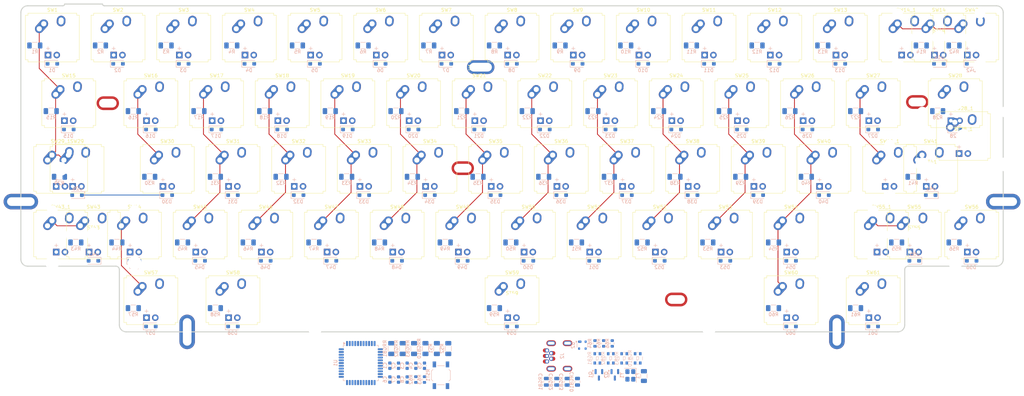
<source format=kicad_pcb>
(kicad_pcb (version 20241229) (generator "pcbnew") (generator_version "9.0")
  (layers (0 "F.Cu" signal) (2 "B.Cu" signal) (13 "F.Paste" user) (15 "B.Paste" user) (5 "F.SilkS" user "F.Silkscreen") (7 "B.SilkS" user "B.Silkscreen") (1 "F.Mask" user) (3 "B.Mask" user) (25 "Edge.Cuts" user))
  (net 0 "")
  (net 1 "COL9")
  (net 2 "COL8")
  (net 3 "COL7")
  (net 4 "COL6")
  (net 5 "COL5")
  (net 6 "COL4")
  (net 7 "COL3")
  (net 8 "COL2")
  (net 9 "COL13")
  (net 10 "COL12")
  (net 11 "COL11")
  (net 12 "COL10")
  (net 13 "COL1")
  (net 14 "COL0")
  (net 15 "/N$1")
  (net 16 "/N$2")
  (net 17 "/N$3")
  (net 18 "/N$4")
  (net 19 "/N$5")
  (net 20 "/N$6")
  (net 21 "/N$7")
  (net 22 "/N$8")
  (net 23 "/N$9")
  (net 24 "/N$10")
  (net 25 "/N$11")
  (net 26 "/N$12")
  (net 27 "/N$13")
  (net 28 "/N$14")
  (net 29 "/N$15")
  (net 30 "/N$16")
  (net 31 "/N$17")
  (net 32 "/N$18")
  (net 33 "/N$19")
  (net 34 "/N$20")
  (net 35 "/N$21")
  (net 36 "/N$22")
  (net 37 "/N$23")
  (net 38 "/N$24")
  (net 39 "/N$25")
  (net 40 "/N$26")
  (net 41 "/N$27")
  (net 42 "/N$28")
  (net 43 "/N$29")
  (net 44 "/N$30")
  (net 45 "/N$31")
  (net 46 "/N$32")
  (net 47 "/N$33")
  (net 48 "/N$34")
  (net 49 "/N$35")
  (net 50 "/N$36")
  (net 51 "/N$37")
  (net 52 "/N$38")
  (net 53 "/N$39")
  (net 54 "/N$40")
  (net 55 "/N$41")
  (net 56 "/N$42")
  (net 57 "/N$43")
  (net 58 "/N$44")
  (net 59 "/N$45")
  (net 60 "/N$46")
  (net 61 "/N$47")
  (net 62 "/N$48")
  (net 63 "/N$49")
  (net 64 "/N$50")
  (net 65 "/N$51")
  (net 66 "/N$52")
  (net 67 "/N$53")
  (net 68 "/N$54")
  (net 69 "/N$55")
  (net 70 "/N$56")
  (net 71 "/N$57")
  (net 72 "/N$58")
  (net 73 "/N$59")
  (net 74 "/N$60")
  (net 75 "/N$61")
  (net 76 "ROW0")
  (net 77 "ROW1")
  (net 78 "ROW2")
  (net 79 "ROW3")
  (net 80 "ROW4")
  (net 81 "GND")
  (net 82 "Net-(LED30-K)")
  (net 83 "Net-(LED1-K)")
  (net 84 "Net-(LED2-K)")
  (net 85 "Net-(LED3-K)")
  (net 86 "Net-(LED4-K)")
  (net 87 "Net-(LED5-K)")
  (net 88 "Net-(LED6-K)")
  (net 89 "Net-(LED7-K)")
  (net 90 "Net-(LED8-K)")
  (net 91 "Net-(LED9-K)")
  (net 92 "Net-(LED10-K)")
  (net 93 "Net-(LED11-K)")
  (net 94 "Net-(LED12-K)")
  (net 95 "Net-(LED13-K)")
  (net 96 "Net-(LED14-K)")
  (net 97 "Net-(LED15-K)")
  (net 98 "Net-(LED16-K)")
  (net 99 "Net-(LED17-K)")
  (net 100 "Net-(LED18-K)")
  (net 101 "Net-(LED19-K)")
  (net 102 "Net-(LED20-K)")
  (net 103 "Net-(LED21-K)")
  (net 104 "Net-(LED22-K)")
  (net 105 "Net-(LED23-K)")
  (net 106 "Net-(LED24-K)")
  (net 107 "Net-(LED25-K)")
  (net 108 "Net-(LED26-K)")
  (net 109 "Net-(LED27-K)")
  (net 110 "Net-(LED28-K)")
  (net 111 "Net-(LED31-K)")
  (net 112 "Net-(LED32-K)")
  (net 113 "Net-(LED33-K)")
  (net 114 "Net-(LED34-K)")
  (net 115 "Net-(LED35-K)")
  (net 116 "Net-(LED36-K)")
  (net 117 "Net-(LED37-K)")
  (net 118 "Net-(LED38-K)")
  (net 119 "Net-(LED39-K)")
  (net 120 "Net-(LED40-K)")
  (net 121 "Net-(LED41-K)")
  (net 122 "Net-(LED42-K)")
  (net 123 "Net-(LED43-K)")
  (net 124 "Net-(LED47-K)")
  (net 125 "Net-(LED48-K)")
  (net 126 "Net-(LED49-K)")
  (net 127 "Net-(LED50-K)")
  (net 128 "Net-(LED51-K)")
  (net 129 "Net-(LED52-K)")
  (net 130 "Net-(LED53-K)")
  (net 131 "Net-(LED54-K)")
  (net 132 "Net-(LED55-K)")
  (net 133 "Net-(LED56-K)")
  (net 134 "Net-(LED57-K)")
  (net 135 "Net-(LED58-K)")
  (net 136 "Net-(LED59-K)")
  (net 137 "Net-(LED45-K)")
  (net 138 "Net-(LED46-K)")
  (net 139 "Net-(LED61-K)")
  (net 140 "+5V")
  (net 141 "Net-(LED29-K)")
  (net 142 "Net-(LED44-K)")
  (net 143 "Net-(LED60-K)")
  (net 144 "XTAL1")
  (net 145 "XTAL2")
  (net 146 "Net-(U1-UCAP)")
  (net 147 "Net-(RGB1-VDD)")
  (net 148 "Net-(RGB2-VDD)")
  (net 149 "Net-(RGB3-VDD)")
  (net 150 "Net-(RGB10-VDD)")
  (net 151 "VCC")
  (net 153 "D-")
  (net 155 "D+")
  (net 156 "LEDGND")
  (net 157 "Net-(Q1-G)")
  (net 158 "RGB_5V")
  (net 159 "3.3V")
  (net 160 "RGB_3V3")
  (net 161 "USB+")
  (net 162 "USB-")
  (net 163 "Net-(U1-~{HWB}{slash}PE2)")
  (net 164 "~{RESET}")
  (net 165 "Net-(U1-PB7)")
  (net 166 "Net-(RGB1-DOUT)")
  (net 167 "Net-(RGB2-DOUT)")
  (net 168 "Net-(RGB10-DIN)")
  (net 170 "5V")
  (footprint "Switch_Misc:MX-LED-PolarityMarked" (layer "F.Cu") (at 280.9875 76.2)
    (property "Reference" "LED38")
    (property "Value" "LED_Small")
  )
  (footprint "Switch_Misc:MX-LED-PolarityMarked" (layer "F.Cu") (at 276.225 57.15)
    (property "Reference" "LED24")
    (property "Value" "LED_Small")
  )
  (footprint "PCM_Switch_Keyboard_Hybrid:SW_Hybrid_Cherry_MX_Alps_1.00u" (layer "F.Cu") (at 257.175 57.15)
    (property "Reference" "SW23")
    (property "Value" "SW_Push")
  )
  (footprint "PCM_Switch_Keyboard_Hybrid:SW_Hybrid_Cherry_MX_Alps_1.00u" (layer "F.Cu") (at 361.95 38.1)
    (property "Reference" "SW42")
    (property "Value" "SW_Push")
  )
  (footprint "Switch_Misc:MX-LED-PolarityMarked" (layer "F.Cu") (at 123.825 57.15)
    (property "Reference" "LED16")
    (property "Value" "LED_Small")
  )
  (footprint "PCM_Switch_Keyboard_Hybrid:SW_Hybrid_Cherry_MX_Alps_1.00u" (layer "F.Cu") (at 276.225 57.15)
    (property "Reference" "SW24")
    (property "Value" "SW_Push")
  )
  (footprint "PCM_Switch_Keyboard_Hybrid:SW_Hybrid_Cherry_MX_Alps_2.25u" (layer "F.Cu") (at 350.04375 76.2)
    (property "Reference" "SW41")
    (property "Value" "SW_Push")
  )
  (footprint "Switch_Misc:MX-LED-PolarityMarked" (layer "F.Cu") (at 361.95 38.1)
    (property "Reference" "LED42")
    (property "Value" "LED_Small")
  )
  (footprint "Switch_Misc:MX-LED-PolarityMarked" (layer "F.Cu") (at 190.5 38.1)
    (property "Reference" "LED6")
    (property "Value" "LED_Small")
  )
  (footprint "PCM_Mounting_Keyboard_Stabilizer:Stabilizer_Cherry_MX_2.00u" (layer "F.Cu") (at 350.04375 76.2)
    (property "Reference" "ST41")
    (property "Value" "Enter Stabilizer")
  )
  (footprint "Switch_Misc:MX-LED-PolarityMarked" (layer "F.Cu") (at 290.5125 95.25)
    (property "Reference" "LED53")
    (property "Value" "LED_Small")
  )
  (footprint "Switch_Misc:MX-LED-PolarityMarked" (layer "F.Cu") (at 138.1125 95.25)
    (property "Reference" "LED45")
    (property "Value" "LED_Small")
  )
  (footprint "PCM_Switch_Keyboard_Hybrid:SW_Hybrid_Cherry_MX_Alps_1.00u" (layer "F.Cu") (at 133.35 38.1)
    (property "Reference" "SW3")
    (property "Value" "SW_Push")
  )
  (footprint "PCM_Switch_Keyboard_Hybrid:SW_Hybrid_Cherry_MX_Alps_1.00u" (layer "F.Cu") (at 185.7375 76.2)
    (property "Reference" "SW33")
    (property "Value" "SW_Push")
  )
  (footprint "PCM_Switch_Keyboard_Hybrid:SW_Hybrid_Cherry_MX_Alps_1.00u" (layer "F.Cu") (at 195.2625 95.25)
    (property "Reference" "SW48")
    (property "Value" "SW_Push")
  )
  (footprint "Switch_Misc:MX-LED-PolarityMarked" (layer "F.Cu") (at 361.95 95.25)
    (property "Reference" "LED56")
    (property "Value" "LED_Small")
  )
  (footprint "Switch_Misc:MX-LED-PolarityMarked" (layer "F.Cu") (at 357.1875 57.15)
    (property "Reference" "LED28")
    (property "Value" "LED_Small")
  )
  (footprint "PCM_Switch_Keyboard_Hybrid:SW_Hybrid_Cherry_MX_Alps_1.00u" (layer "F.Cu") (at 319.0875 76.2)
    (property "Reference" "SW40")
    (property "Value" "SW_Push")
  )
  (footprint "PCM_Switch_Keyboard_Hybrid:SW_Hybrid_Cherry_MX_Alps_1.00u" (layer "F.Cu") (at 285.75 38.1)
    (property "Reference" "SW11")
    (property "Value" "SW_Push")
  )
  (footprint "PCM_Mounting_Keyboard_Stabilizer:Stabilizer_Cherry_MX_2.00u" (layer "F.Cu") (at 359.56875 66.675)
    (property "Reference" "ST28_1")
    (property "Value" "ISO Enter Stabilizer")
  )
  (footprint "PCM_Switch_Keyboard_Hybrid:SW_Hybrid_Cherry_MX_Alps_1.75u" (layer "F.Cu") (at 102.39375 76.2)
    (property "Reference" "SW29")
    (property "Value" "SW_Push")
  )
  (footprint "Switch_Misc:MX-LED-PolarityMarked" (layer "F.Cu") (at 176.2125 95.25)
    (property "Reference" "LED47")
    (property "Value" "LED_Small")
  )
  (footprint "PCM_Switch_Keyboard_Hybrid:SW_Hybrid_Cherry_MX_Alps_1.50u" (layer "F.Cu") (at 147.6375 114.3)
    (property "Reference" "SW58")
    (property "Value" "SW_Push")
  )
  (footprint "Switch_Misc:MX-LED-PolarityMarked" (layer "F.Cu") (at 257.175 57.15)
    (property "Reference" "LED23")
    (property "Value" "LED_Small")
  )
  (footprint "PCM_Switch_Keyboard_Hybrid:SW_Hybrid_Cherry_MX_Alps_1.00u" (layer "F.Cu") (at 176.2125 95.25)
    (property "Reference" "SW47")
    (property "Value" "SW_Push")
  )
  (footprint "PCM_Switch_Keyboard_Hybrid:SW_Hybrid_Cherry_MX_Alps_1.00u" (layer "F.Cu") (at 228.6 38.1)
    (property "Reference" "SW8")
    (property "Value" "SW_Push")
  )
  (footprint "Switch_Misc:MX-LED-PolarityMarked" (layer "F.Cu") (at 107.15625 95.25)
    (property "Reference" "LED43")
    (property "Value" "LED_Small")
  )
  (footprint "PCM_Switch_Keyboard_Hybrid:SW_Hybrid_Cherry_MX_Alps_1.00u" (layer "F.Cu") (at 338.1375 76.2)
    (property "Reference" "SW41_1")
    (property "Value" "SW_Push")
  )
  (footprint "PCM_Switch_Keyboard_Hybrid:SW_Hybrid_Cherry_MX_Alps_1.00u" (layer "F.Cu") (at 152.4 38.1)
    (property "Reference" "SW4")
    (property "Value" "SW_Push")
  )
  (footprint "PCM_Switch_Keyboard_Hybrid:SW_Hybrid_Cherry_MX_Alps_1.25u" (layer "F.Cu") (at 97.63125 76.2)
    (property "Reference" "SW29_1")
    (property "Value" "SW_Push")
  )
  (footprint "Switch_Misc:MX-LED-PolarityMarked" (layer "F.Cu") (at 123.825 114.3)
    (property "Reference" "LED57")
    (property "Value" "LED_Small")
  )
  (footprint "Switch_Misc:MX-LED-PolarityMarked" (layer "F.Cu") (at 319.0875 76.2)
    (property "Reference" "LED40")
    (property "Value" "LED_Small")
  )
  (footprint "Switch_Misc:MX-LED-PolarityMarked" (layer "F.Cu") (at 100.0125 57.15)
    (property "Reference" "LED15")
    (property "Value" "LED_Small")
  )
  (footprint "Switch_Misc:MX-LED-PolarityMarked" (layer "F.Cu") (at 333.375 114.3)
    (property "Reference" "LED61")
    (property "Value" "LED_Small")
  )
  (footprint "Switch_Misc:MX-LED-PolarityMarked" (layer "F.Cu") (at 350.04375 76.2)
    (property "Reference" "LED41")
    (property "Value" "LED_Small")
  )
  (footprint "PCM_Switch_Keyboard_Hybrid:SW_Hybrid_Cherry_MX_Alps_1.00u" (layer "F.Cu") (at 223.8375 76.2)
    (property "Reference" "SW35")
    (property "Value" "SW_Push")
  )
  (footprint "Switch_Misc:MX-LED-PolarityMarked" (layer "F.Cu") (at 333.375 57.15)
    (property "Reference" "LED27")
    (property "Value" "LED_Small")
  )
  (footprint "PCM_Switch_Keyboard_Hybrid:SW_Hybrid_Cherry_MX_Alps_1.00u" (layer "F.Cu") (at 266.7 38.1)
    (property "Reference" "SW10")
    (property "Value" "SW_Push")
  )
  (footprint "PCM_Switch_Keyboard_Hybrid:SW_Hybrid_Cherry_MX_Alps_1.00u" (layer "F.Cu") (at 342.9 38.1)
    (property "Reference" "SW14_1")
    (property "Value" "SW_Push")
  )
  (footprint "Switch_Misc:MX-LED-PolarityMarked" (layer "F.Cu") (at 133.35 38.1)
    (property "Reference" "LED3")
    (property "Value" "LED_Small")
  )
  (footprint "acheron_MountingHoles:MoutingHole_Oval_BackOnly_7mm_5.0x2.5mm" (layer "F.Cu") (at 111.325 57.15)
    (property "Reference" "H3" (hide yes))
    (property "Value" "Tab Oval Mounting Hole" (hide yes))
  )
  (footprint "PCM_Switch_Keyboard_Hybrid:SW_Hybrid_Cherry_MX_Alps_1.00u" (layer "F.Cu") (at 314.325 57.15)
    (property "Reference" "SW26")
    (property "Value" "SW_Push")
  )
  (footprint "PCM_Switch_Keyboard_Hybrid:SW_Hybrid_Cherry_MX_Alps_1.50u" (layer "F.Cu") (at 100.0125 57.15)
    (property "Reference" "SW15")
    (property "Value" "SW_Push")
  )
  (footprint "acheron_MountingHoles:MoutingHole_Oval_BackOnly_7mm_5.0x2.5mm" (layer "F.Cu") (at 214.312608 76.00004)
    (property "Reference" "H4" (hide yes))
    (property "Value" "G-H Mounting Hole" (hide yes))
  )
  (footprint "PCM_Switch_Keyboard_Hybrid:SW_Hybrid_Cherry_MX_Alps_1.00u" (layer "F.Cu") (at 128.5875 76.2)
    (property "Reference" "SW30")
    (property "Value" "SW_Push")
  )
  (footprint "PCM_Switch_Keyboard_Hybrid:SW_Hybrid_Cherry_MX_Alps_1.00u" (layer "F.Cu") (at 323.85 38.1)
    (property "Reference" "SW13")
    (property "Value" "SW_Push")
  )
  (footprint "Switch_Misc:MX-LED-PolarityMarked" (layer "F.Cu") (at 300.0375 76.2)
    (property "Reference" "LED39")
    (property "Value" "LED_Small")
  )
  (footprint "Switch_Misc:MX-LED-PolarityMarked" (layer "F.Cu") (at 114.3 38.1)
    (property "Reference" "LED2")
    (property "Value" "LED_Small")
  )
  (footprint "Switch_Misc:MX-LED-PolarityMarked" (layer "F.Cu") (at 304.8 38.1)
    (property "Reference" "LED12")
    (property "Value" "LED_Small")
  )
  (footprint "PCM_Switch_Keyboard_Hybrid:SW_Hybrid_Cherry_MX_Alps_1.00u" (layer "F.Cu") (at 333.375 114.3)
    (property "Reference" "SW61")
    (property "Value" "SW_Push")
  )
  (footprint "PCM_Switch_Keyboard_Hybrid:SW_Hybrid_Cherry_MX_Alps_1.00u" (layer "F.Cu") (at 361.95 95.25)
    (property "Reference" "SW56")
    (property "Value" "SW_Push")
  )
  (footprint "Switch_Misc:MX-LED-PolarityMarked" (layer "F.Cu") (at 219.075 57.15)
    (property "Reference" "LED21")
    (property "Value" "LED_Small")
  )
  (footprint "PCM_Switch_Keyboard_Hybrid:SW_Hybrid_Cherry_MX_Alps_1.50u" (layer "F.Cu") (at 309.5625 114.3)
    (property "Reference" "SW60")
    (property "Value" "SW_Push")
  )
  (footprint "Switch_Misc:MX-LED-PolarityMarked" (layer "F.Cu") (at 195.2625 95.25)
    (property "Reference" "LED48")
    (property "Value" "LED_Small")
  )
  (footprint "acheron_MountingHoles:MoutingHole_Oval_BackOnly_7mm_5.0x2.5mm" (layer "F.Cu") (at 346.15 56.80205)
    (property "Reference" "H2" (hide yes))
    (property "Value" "\\ Oval Mounting Hole" (hide yes))
  )
  (footprint "acheron_MountingHoles:MoutingHole_Oval_BackOnly_7mm_5.0x2.5mm" (layer "F.Cu") (at 276.22516 114.1)
    (property "Reference" "H7" (hide yes))
    (property "Value" "Space Bar Oval Mounting Hole" (hide yes))
  )
  (footprint "Switch_Misc:MX-LED-PolarityMarked" (layer "F.Cu") (at 338.1375 76.2)
    (property "Reference" "LED41_1")
    (property "Value" "LED_Small")
  )
  (footprint "PCM_Switch_Keyboard_Hybrid:SW_Hybrid_Cherry_MX_Alps_1.00u" (layer "F.Cu") (at 214.3125 95.25)
    (property "Reference" "SW49")
    (property "Value" "SW_Push")
  )
  (footprint "PCM_Switch_Keyboard_Hybrid:SW_Hybrid_Cherry_MX_Alps_1.00u" (layer "F.Cu") (at 209.55 38.1)
    (property "Reference" "SW7")
    (property "Value" "SW_Push")
  )
  (footprint "Switch_Misc:MX-LED-PolarityMarked" (layer "F.Cu") (at 166.6875 76.2)
    (property "Reference" "LED32")
    (property "Value" "LED_Small")
  )
  (footprint "Switch_Misc:MX-LED-PolarityMarked" (layer "F.Cu") (at 309.5625 95.25)
    (property "Reference" "LED54")
    (property "Value" "LED_Small")
  )
  (footprint "Switch_Misc:MX-LED-PolarityMarked" (layer "F.Cu") (at 97.63125 95.25)
    (property "Reference" "LED43_1")
    (property "Value" "LED_Small")
  )
  (footprint "Switch_Misc:MX-LED-PolarityMarked" (layer "F.Cu") (at 295.275 57.15)
    (property "Reference" "LED25")
    (property "Value" "LED_Small")
  )
  (footprint "acheron_MountingHoles:halfSideHole" (layer "F.Cu") (at 322.85 123.5 90)
    (property "Reference" "H8" (hide yes))
    (property "Value" "Left Bottom Half Side Hole" (hide yes))
  )
  (footprint "PCM_Switch_Keyboard_Hybrid:SW_Hybrid_Cherry_MX_Alps_1.00u" (layer "F.Cu") (at 219.075 57.15)
    (property "Reference" "SW21")
    (property "Value" "SW_Push")
  )
  (footprint "PCM_Switch_Keyboard_Hybrid:SW_Hybrid_Cherry_MX_Alps_1.50u" (layer "F.Cu") (at 357.1875 57.15)
    (property "Reference" "SW28")
    (property "Value" "SW_Push")
  )
  (footprint "Switch_Misc:MX-LED-PolarityMarked" (layer "F.Cu") (at 128.5875 76.2)
    (property "Reference" "LED30")
    (property "Value" "LED_Small")
  )
  (footprint "PCM_Switch_Keyboard_Hybrid:SW_Hybrid_Cherry_MX_Alps_1.00u" (layer "F.Cu") (at 95.25 38.1)
    (property "Reference" "SW1")
    (property "Value" "SW_Push")
  )
  (footprint "PCM_Switch_Keyboard_Hybrid:SW_Hybrid_Cherry_MX_Alps_1.00u" (layer "F.Cu") (at 242.8875 76.2)
    (property "Reference" "SW36")
    (property "Value" "SW_Push")
  )
  (footprint "Switch_Misc:MX-LED-PolarityMarked" (layer "F.Cu") (at 309.5625 114.3)
    (property "Reference" "LED60")
    (property "Value" "LED_Small")
  )
  (footprint "Switch_Misc:MX-LED-PolarityMarked" (layer "F.Cu") (at 185.7375 76.2)
    (property "Reference" "LED33")
    (property "Value" "LED_Small")
  )
  (footprint "Switch_Misc:MX-LED-PolarityMarked" (layer "F.Cu") (at 200.025 57.15)
    (property "Reference" "LED20")
    (property "Value" "LED_Small")
  )
  (footprint "Switch_Misc:MX-LED-PolarityMarked" (layer "F.Cu") (at 342.9 38.1)
    (property "Reference" "LED14_1")
    (property "Value" "LED_Small")
  )
  (footprint "PCM_Switch_Keyboard_Hybrid:SW_Hybrid_Cherry_MX_Alps_1.00u" (layer "F.Cu") (at 280.9875 76.2)
    (property "Reference" "SW38")
    (property "Value" "SW_Push")
  )
  (footprint "PCM_Switch_Keyboard_Hybrid:SW_Hybrid_Cherry_MX_Alps_1.00u" (layer "F.Cu") (at 114.3 38.1)
    (property "Reference" "SW2")
    (property "Value" "SW_Push")
  )
  (footprint "PCM_Switch_Keyboard_Hybrid:SW_Hybrid_Cherry_MX_Alps_1.00u" (layer "F.Cu") (at 295.275 57.15)
    (property "Reference" "SW25")
    (property "Value" "SW_Push")
  )
  (footprint "Switch_Misc:MX-LED-PolarityMarked" (layer "F.Cu") (at 247.65 38.1)
    (property "Reference" "LED9")
    (property "Value" "LED_Small")
  )
  (footprint "PCM_Switch_Keyboard_Hybrid:SW_Hybrid_Cherry_MX_Alps_1.00u" (layer "F.Cu") (at 200.025 57.15)
    (property "Reference" "SW20")
    (property "Value" "SW_Push")
  )
  (footprint "PCM_Switch_Keyboard_Hybrid:SW_Hybrid_Cherry_MX_Alps_1.00u" (layer "F.Cu") (at 252.4125 95.25)
    (property "Reference" "SW51")
    (property "Value" "SW_Push")
  )
  (footprint "Switch_Misc:MX-LED-PolarityMarked" (layer "F.Cu") (at 323.85 38.1)
    (property "Reference" "LED13")
    (property "Value" "LED_Small")
  )
  (footprint "PCM_Switch_Keyboard_Hybrid:SW_Hybrid_Cherry_MX_Alps_1.00u" (layer "F.Cu") (at 142.875 57.15)
    (property "Reference" "SW17")
    (property "Value" "SW_Push")
  )
  (footprint "Switch_Misc:MX-LED-PolarityMarked" (layer "F.Cu") (at 271.4625 95.25)
    (property "Reference" "LED52")
    (property "Value" "LED_Small")
  )
  (footprint "PCM_Switch_Keyboard_Hybrid:SW_Hybrid_Cherry_MX_Alps_1.00u" (layer "F.Cu") (at 157.1625 95.25)
    (property "Reference" "SW46")
    (property "Value" "SW_Push")
  )
  (footprint "Switch_Misc:MX-LED-PolarityMarked" (layer "F.Cu") (at 335.75625 95.25)
    (property "Reference" "LED55_1")
    (property "Value" "LED_Small")
  )
  (footprint "Switch_Misc:MX-LED-PolarityMarked" (layer "F.Cu") (at 261.9375 76.2)
    (property "Reference" "LED37")
    (property "Value" "LED_Small")
  )
  (footprint "locallib:viper_outline" (layer "F.Cu") (at 228.6 76.185)
    (property "Reference" "L1" (hide yes))
    (property "Value" "Board Outline" (hide yes))
    (fp_line (start -142.5 26.25) (end -142.5 -45.3) (stroke (width 0.3)) (layer "Edge.Cuts"))
    (fp_line (start -140.500001 28.25) (end -114.924999 28.25) (stroke (width 0.3)) (layer "Edge.Cuts"))
    (fp_line (start -140.5 -47.299999) (end -130.3 -47.299999) (stroke (width 0.3)) (layer "Edge.Cuts"))
    (fp_line (start -129.8 -47.799999) (end -118.8 -47.799999) (stroke (width 0.3)) (layer "Edge.Cuts"))
    (fp_line (start -113.925 29.25) (end -113.925 45.300001) (stroke (width 0.3)) (layer "Edge.Cuts"))
    (fp_line (start -111.925 47.3) (end 111.925 47.3) (stroke (width 0.3)) (layer "Edge.Cuts"))
    (fp_line (start 113.925 29.25) (end 113.925 45.3) (stroke (width 0.3)) (layer "Edge.Cuts"))
    (fp_line (start 114.925 28.25) (end 140.5 28.25) (stroke (width 0.3)) (layer "Edge.Cuts"))
    (fp_line (start 140.5 -47.3) (end -118.3 -47.3) (stroke (width 0.3)) (layer "Edge.Cuts"))
    (fp_line (start 142.5 26.25) (end 142.5 -45.3) (stroke (width 0.3)) (layer "Edge.Cuts"))
    (fp_arc (start -142.5 -45.3) (mid -141.914214 -46.714214) (end -140.5 -47.3) (stroke (width 0.3)) (layer "Edge.Cuts"))
    (fp_arc (start -140.5 28.25) (mid -141.914214 27.664214) (end -142.5 26.25) (stroke (width 0.3)) (layer "Edge.Cuts"))
    (fp_arc (start -129.8 -47.799999) (mid -129.946447 -47.446446) (end -130.3 -47.299999) (stroke (width 0.3)) (layer "Edge.Cuts"))
    (fp_arc (start -118.3 -47.299999) (mid -118.653553 -47.446446) (end -118.8 -47.799999) (stroke (width 0.3)) (layer "Edge.Cuts"))
    (fp_arc (start -114.925 28.25) (mid -114.217893 28.542893) (end -113.925 29.25) (stroke (width 0.3)) (layer "Edge.Cuts"))
    (fp_arc (start -111.925 47.3) (mid -113.339214 46.714214) (end -113.925 45.3) (stroke (width 0.3)) (layer "Edge.Cuts"))
    (fp_arc (start 113.925 29.25) (mid 114.217893 28.542893) (end 114.925 28.25) (stroke (width 0.3)) (layer "Edge.Cuts"))
    (fp_arc (start 113.925 45.3) (mid 113.339214 46.714214) (end 111.925 47.3) (stroke (width 0.3)) (layer "Edge.Cuts"))
    (fp_arc (start 140.5 -47.3) (mid 141.914214 -46.714214) (end 142.5 -45.3) (stroke (width 0.3)) (layer "Edge.Cuts"))
    (fp_arc (start 142.5 26.25) (mid 141.914214 27.664214) (end 140.5 28.25) (stroke (width 0.3)) (layer "Edge.Cuts"))
  )
  (footprint "PCM_Switch_Keyboard_Hybrid:SW_Hybrid_Cherry_MX_Alps_1.00u" (layer "F.Cu") (at 123.825 57.15)
    (property "Reference" "SW16")
    (property "Value" "SW_Push")
  )
  (footprint "Switch_Misc:MX-LED-PolarityMarked" (layer "F.Cu") (at 233.3625 95.25)
    (property "Reference" "LED50")
    (property "Value" "LED_Small")
  )
  (footprint "Switch_Misc:MX-LED-PolarityMarked" (layer "F.Cu") (at 95.25 38.1)
    (property "Reference" "LED1")
    (property "Value" "LED_Small")
  )
  (footprint "Switch_Misc:MX-LED-PolarityMarked" (layer "F.Cu") (at 204.7875 76.2)
    (property "Reference" "LED34")
    (property "Value" "LED_Small")
  )
  (footprint "PCM_Switch_Keyboard_Hybrid:SW_Hybrid_Cherry_MX_Alps_2.25u" (layer "F.Cu") (at 107.15625 95.25)
    (property "Reference" "SW43")
    (property "Value" "SW_Push")
  )
  (footprint "PCM_Switch_Keyboard_Hybrid:SW_Hybrid_Cherry_MX_Alps_1.00u" (layer "F.Cu") (at 238.125 57.15)
    (property "Reference" "SW22")
    (property "Value" "SW_Push")
  )
  (footprint "PCM_Switch_Keyboard_Hybrid:SW_Hybrid_Cherry_MX_Alps_1.00u" (layer "F.Cu") (at 147.6375 76.2)
    (property "Reference" "SW31")
    (property "Value" "SW_Push")
  )
  (footprint "acheron_MountingHoles:halfSideHole" (layer "F.Cu") (at 86.1 85.7)
    (property "Reference" "H6" (hide yes))
    (property "Value" "Right Edge Half Side Hole" (hide yes))
  )
  (footprint "PCM_Switch_Keyboard_Hybrid:SW_Hybrid_Cherry_MX_Alps_2.75u" (layer "F.Cu") (at 345.28125 95.25)
    (property "Reference" "SW55")
    (property "Value" "SW_Push")
  )
  (footprint "PCM_Switch_Keyboard_Hybrid:SW_Hybrid_Cherry_MX_Alps_1.00u" (layer "F.Cu") (at 204.7875 76.2)
    (property "Reference" "SW34")
    (property "Value" "SW_Push")
  )
  (footprint "PCM_Switch_Keyboard_Hybrid:SW_Hybrid_Cherry_MX_Alps_1.00u" (layer "F.Cu") (at 359.56875 66.675)
    (property "Reference" "SW28_1")
    (property "Value" "SW_Push")
  )
  (footprint "PCM_Switch_Keyboard_Hybrid:SW_Hybrid_Cherry_MX_Alps_1.00u" (layer "F.Cu") (at 123.825 114.3)
    (property "Reference" "SW57")
    (property "Value" "SW_Push")
  )
  (footprint "PCM_Switch_Keyboard_Hybrid:SW_Hybrid_Cherry_MX_Alps_1.00u" (layer "F.Cu") (at 190.5 38.1)
    (property "Reference" "SW6")
    (property "Value" "SW_Push")
  )
  (footprint "PCM_Switch_Keyboard_Hybrid:SW_Hybrid_Cherry_MX_Alps_1.00u" (layer "F.Cu") (at 300.0375 76.2)
    (property "Reference" "SW39")
    (property "Value" "SW_Push")
  )
  (footprint "Switch_Misc:MX-LED-PolarityMarked" (layer "F.Cu") (at 209.55 38.1)
    (property "Reference" "LED7")
    (property "Value" "LED_Small")
  )
  (footprint "PCM_Switch_Keyboard_Hybrid:SW_Hybrid_Cherry_MX_Alps_1.00u" (layer "F.Cu") (at 309.5625 95.25)
    (property "Reference" "SW54")
    (property "Value" "SW_Push")
  )
  (footprint "PCM_Switch_Keyboard_Hybrid:SW_Hybrid_Cherry_MX_Alps_1.00u" (layer "F.Cu") (at 261.9375 76.2)
    (property "Reference" "SW37")
    (property "Value" "SW_Push")
  )
  (footprint "Switch_Misc:MX-LED-PolarityMarked" (layer "F.Cu") (at 161.925 57.15)
    (property "Reference" "LED18")
    (property "Value" "LED_Small")
  )
  (footprint "PCM_Switch_Keyboard_Hybrid:SW_Hybrid_Cherry_MX_Alps_1.00u" (layer "F.Cu") (at 166.6875 76.2)
    (property "Reference" "SW32")
    (property "Value" "SW_Push")
  )
  (footprint "PCM_Mounting_Keyboard_Stabilizer:Stabilizer_Cherry_MX_2.00u" (layer "F.Cu") (at 345.28125 95.25)
    (property "Reference" "ST55")
    (property "Value" "Right Shift Stabilizer")
  )
  (footprint "PCM_Mounting_Keyboard_Stabilizer:Stabilizer_Cherry_MX_2.00u" (layer "F.Cu") (at 352.425 38.1)
    (property "Reference" "ST14")
    (property "Value" "Backspace Stabilizer")
  )
  (footprint "acheron_MountingHoles:Mounting_Hole_Oval_2.5x8mm" (layer "F.Cu") (at 219.5 46.7 90)
    (property "Reference" "H1")
    (property "Value" "Mid Viper Oval Mounting Hole")
  )
  (footprint "Switch_Misc:MX-LED-PolarityMarked" (layer "F.Cu") (at 214.3125 95.25)
    (property "Reference" "LED49")
    (property "Value" "LED_Small")
  )
  (footprint "acheron_MountingHoles:halfSideHole" (layer "F.Cu") (at 134.35 123.5 90)
    (property "Reference" "H9" (hide yes))
    (property "Value" "Right Bottom Half Side Hole" (hide yes))
  )
  (footprint "PCM_Switch_Keyboard_Hybrid:SW_Hybrid_Cherry_MX_Alps_1.00u" (layer "F.Cu") (at 180.975 57.15)
    (property "Reference" "SW19")
    (property "Value" "SW_Push")
  )
  (footprint "Switch_Misc:MX-LED-PolarityMarked" (layer "F.Cu") (at 242.8875 76.2)
    (property "Reference" "LED36")
    (property "Value" "LED_Small")
  )
  (footprint "PCM_Mounting_Keyboard_Stabilizer:Stabilizer_Cherry_MX_7.00u" (layer "F.Cu") (at 228.6 114.3)
    (property "Reference" "ST59")
    (property "Value" "Space Bar Stabilizer")
  )
  (footprint "PCM_Switch_Keyboard_Hybrid:SW_Hybrid_Cherry_MX_Alps_1.00u" (layer "F.Cu") (at 333.375 57.15)
    (property "Reference" "SW27")
    (property "Value" "SW_Push")
  )
  (footprint "Switch_Misc:MX-LED-PolarityMarked" (layer "F.Cu") (at 171.45 38.1)
    (property "Reference" "LED5")
    (property "Value" "LED_Small")
  )
  (footprint "Switch_Misc:MX-LED-PolarityMarked" (layer "F.Cu") (at 352.425 38.1)
    (property "Reference" "LED14")
    (property "Value" "LED_Small")
  )
  (footprint "Switch_Misc:MX-LED-PolarityMarked" (layer "F.Cu") (at 147.6375 114.3)
    (property "Reference" "LED58")
    (property "Value" "LED_Small")
  )
  (footprint "Switch_Misc:MX-LED-PolarityMarked" (layer "F.Cu") (at 223.8375 76.2)
    (property "Reference" "LED35")
    (property "Value" "LED_Small")
  )
  (footprint "PCM_Switch_Keyboard_Hybrid:SW_Hybrid_Cherry_MX_Alps_1.00u" (layer "F.Cu") (at 290.5125 95.25)
    (property "Reference" "SW53")
    (property "Value" "SW_Push")
  )
  (footprint "Switch_Misc:MX-LED-PolarityMarked" (layer "F.Cu") (at 314.325 57.15)
    (property "Reference" "LED26")
    (property "Value" "LED_Small")
  )
  (footprint "Switch_Misc:MX-LED-PolarityMarked" (layer "F.Cu") (at 152.4 38.1)
    (property "Reference" "LED4")
    (property "Value" "LED_Small")
  )
  (footprint "Switch_Misc:MX-LED-PolarityMarked" (layer "F.Cu") (at 359.56875 66.675)
    (property "Reference" "LED28_1")
    (property "Value" "LED_Small")
  )
  (footprint "Switch_Misc:MX-LED-PolarityMarked" (layer "F.Cu") (at 266.7 38.1)
    (property "Reference" "LED10")
    (property "Value" "LED_Small")
  )
  (footprint "Switch_Misc:MX-LED-PolarityMarked" (layer "F.Cu") (at 147.6375 76.2)
    (property "Reference" "LED31")
    (property "Value" "LED_Small")
  )
  (footprint "PCM_Switch_Keyboard_Hybrid:SW_Hybrid_Cherry_MX_Alps_7.00u" (layer "F.Cu") (at 228.6 114.3)
    (property "Reference" "SW59")
    (property "Value" "SW_Push")
  )
  (footprint "Switch_Misc:MX-LED-PolarityMarked" (layer "F.Cu") (at 102.39375 76.2)
    (property "Reference" "LED29")
    (property "Value" "LED_Small")
  )
  (footprint "PCM_Switch_Keyboard_Hybrid:SW_Hybrid_Cherry_MX_Alps_1.00u" (layer "F.Cu") (at 233.3625 95.25)
    (property "Reference" "SW50")
    (property "Value" "SW_Push")
  )
  (footprint "Switch_Misc:MX-LED-PolarityMarked" (layer "F.Cu") (at 228.6 114.3)
    (property "Reference" "LED59")
    (property "Value" "LED_Small")
  )
  (footprint "Switch_Misc:MX-LED-PolarityMarked" (layer "F.Cu") (at 252.4125 95.25)
    (property "Reference" "LED51")
    (property "Value" "LED_Small")
  )
  (footprint "Switch_Misc:MX-LED-PolarityMarked" (layer "F.Cu") (at 180.975 57.15)
    (property "Reference" "LED19")
    (property "Value" "LED_Small")
  )
  (footprint "acheron_MountingHoles:halfSideHole" (layer "F.Cu") (at 371.1 85.7)
    (property "Reference" "H5" (hide yes))
    (property "Value" "Left Edge Half Side Hole" (hide yes))
  )
  (footprint "Switch_Misc:MX-LED-PolarityMarked" (layer "F.Cu") (at 285.75 38.1)
    (property "Reference" "LED11")
    (property "Value" "LED_Small")
  )
  (footprint "Switch_Misc:MX-LED-PolarityMarked" (layer "F.Cu") (at 345.28125 95.25)
    (property "Reference" "LED55")
    (property "Value" "LED_Small")
  )
  (footprint "Switch_Misc:MX-LED-PolarityMarked" (layer "F.Cu") (at 119.0625 95.25)
    (property "Reference" "LED44")
    (property "Value" "LED_Small")
  )
  (footprint "Switch_Misc:MX-LED-PolarityMarked" (layer "F.Cu") (at 97.63125 76.2)
    (property "Reference" "LED29_1")
    (property "Value" "LED_Small")
  )
  (footprint "PCM_Switch_Keyboard_Hybrid:SW_Hybrid_Cherry_MX_Alps_1.00u" (layer "F.Cu") (at 171.45 38.1)
    (property "Reference" "SW5")
    (property "Value" "SW_Push")
  )
  (footprint "PCM_Switch_Keyboard_Hybrid:SW_Hybrid_Cherry_MX_Alps_1.25u" (layer "F.Cu") (at 97.63125 95.25)
    (property "Reference" "SW43_1")
    (property "Value" "SW_Push")
  )
  (footprint "Switch_Misc:MX-LED-PolarityMarked" (layer "F.Cu") (at 228.6 38.1)
    (property "Reference" "LED8")
    (property "Value" "LED_Small")
  )
  (footprint "PCM_Switch_Keyboard_Hybrid:SW_Hybrid_Cherry_MX_Alps_1.75u" (layer "F.Cu") (at 335.75625 95.25)
    (property "Reference" "SW55_1")
    (property "Value" "SW_Push")
  )
  (footprint "PCM_Switch_Keyboard_Hybrid:SW_Hybrid_Cherry_MX_Alps_1.00u" (layer "F.Cu") (at 119.0625 95.25)
    (property "Reference" "SW44")
    (property "Value" "SW_Push")
  )
  (footprint "Switch_Misc:MX-LED-PolarityMarked" (layer "F.Cu") (at 157.1625 95.25)
    (property "Reference" "LED46")
    (property "Value" "LED_Small")
  )
  (footprint "PCM_Switch_Keyboard_Hybrid:SW_Hybrid_Cherry_MX_Alps_1.00u" (layer "F.Cu") (at 138.1125 95.25)
    (property "Reference" "SW45")
    (property "Value" "SW_Push")
  )
  (footprint "Switch_Misc:MX-LED-PolarityMarked" (layer "F.Cu") (at 238.125 57.15)
    (property "Reference" "LED22")
    (property "Value" "LED_Small")
  )
  (footprint "PCM_Switch_Keyboard_Hybrid:SW_Hybrid_Cherry_MX_Alps_1.00u" (layer "F.Cu") (at 247.65 38.1)
    (property "Reference" "SW9")
    (property "Value" "SW_Push")
  )
  (footprint "PCM_Switch_Keyboard_Hybrid:SW_Hybrid_Cherry_MX_Alps_1.00u" (layer "F.Cu") (at 161.925 57.15)
    (property "Reference" "SW18")
    (property "Value" "SW_Push")
  )
  (footprint "Switch_Misc:MX-LED-PolarityMarked" (layer "F.Cu") (at 142.875 57.15)
    (property "Reference" "LED17")
    (property "Value" "LED_Small")
  )
  (footprint "PCM_Switch_Keyboard_Hybrid:SW_Hybrid_Cherry_MX_Alps_1.00u" (layer "F.Cu") (at 271.4625 95.25)
    (property "Reference" "SW52")
    (property "Value" "SW_Push")
  )
  (footprint "PCM_Mounting_Keyboard_Stabilizer:Stabilizer_Cherry_MX_2.00u" (layer "F.Cu") (at 107.15625 95.25)
    (property "Reference" "ST43")
    (property "Value" "Left Shift Stabilizer")
  )
  (footprint "PCM_Switch_Keyboard_Hybrid:SW_Hybrid_Cherry_MX_Alps_2.00u" (layer "F.Cu") (at 352.425 38.1)
    (property "Reference" "SW14")
    (property "Value" "SW_Push")
  )
  (footprint "PCM_Switch_Keyboard_Hybrid:SW_Hybrid_Cherry_MX_Alps_1.00u" (layer "F.Cu") (at 304.8 38.1)
    (property "Reference" "SW12")
    (property "Value" "SW_Push")
  )
  (footprint "Diode_SMD:D_SOD-123F" (layer "B.Cu") (at 107.15625 102.85 180)
    (property "Reference" "D43")
    (property "Value" "D")
  )
  (footprint "Package_TO_SOT_SMD:SOT-23" (layer "B.Cu") (at 253.8 135.955 -90)
    (property "Reference" "Q1")
    (property "Value" "2N7002")
  )
  (footprint "Resistor_SMD:R_1206_3216Metric_Pad1.30x1.75mm_HandSolder" (layer "B.Cu") (at 156.825 59.45)
    (property "Reference" "R18")
    (property "Value" "R_Small")
  )
  (footprint "Diode_SMD:D_SOD-123F" (layer "B.Cu") (at 95.25 45.7)
    (property "Reference" "D1")
    (property "Value" "D")
  )
  (footprint "Diode_SMD:D_SOD-123F" (layer "B.Cu") (at 242.8875 83.8)
    (property "Reference" "D36")
    (property "Value" "D")
  )
  (footprint "Diode_SMD:D_SOD-123F" (layer "B.Cu") (at 276.225 64.75)
    (property "Reference" "D24")
    (property "Value" "D")
  )
  (footprint "Capacitor_SMD:C_0603_1608Metric" (layer "B.Cu") (at 198.1725 133.31 -90)
    (property "Reference" "C3")
    (property "Value" "0.1u")
  )
  (footprint "Diode_SMD:D_SOD-123F" (layer "B.Cu") (at 271.4625 102.85)
    (property "Reference" "D52")
    (property "Value" "D")
  )
  (footprint "locallib:LED_SMD3528-4P-WS2812B" (layer "B.Cu") (at 265.05 131.175 -90)
    (property "Reference" "RGB10")
    (property "Value" "WS2812B")
  )
  (footprint "Resistor_SMD:R_1206_3216Metric_Pad1.30x1.75mm_HandSolder" (layer "B.Cu") (at 233.025 59.45)
    (property "Reference" "R22")
    (property "Value" "R_Small")
  )
  (footprint "Diode_SMD:D_SOD-123F" (layer "B.Cu") (at 138.1125 102.85)
    (property "Reference" "D45")
    (property "Value" "D")
  )
  (footprint "Diode_SMD:D_SOD-123F" (layer "B.Cu") (at 214.3125 102.85)
    (property "Reference" "D49")
    (property "Value" "D")
  )
  (footprint "Resistor_SMD:R_1206_3216Metric_Pad1.30x1.75mm_HandSolder" (layer "B.Cu") (at 109.2 40.4)
    (property "Reference" "R2")
    (property "Value" "R_Small")
  )
  (footprint "Diode_SMD:D_SOD-123F" (layer "B.Cu") (at 350.04375 83.8 180)
    (property "Reference" "D41")
    (property "Value" "D")
  )
  (footprint "Resistor_SMD:R_1206_3216Metric_Pad1.30x1.75mm_HandSolder" (layer "B.Cu") (at 261.6 40.4)
    (property "Reference" "R10")
    (property "Value" "R_Small")
  )
  (footprint "Resistor_SMD:R_1206_3216Metric_Pad1.30x1.75mm_HandSolder" (layer "B.Cu") (at 347.325 40.4)
    (property "Reference" "R14")
    (property "Value" "R_Small")
  )
  (footprint "Resistor_SMD:R_1206_3216Metric_Pad1.30x1.75mm_HandSolder" (layer "B.Cu") (at 344.94375 78.5)
    (property "Reference" "R41")
    (property "Value" "R_Small")
  )
  (footprint "Resistor_SMD:R_1206_3216Metric_Pad1.30x1.75mm_HandSolder" (layer "B.Cu") (at 161.5875 78.5)
    (property "Reference" "R32")
    (property "Value" "R_Small")
  )
  (footprint "Resistor_SMD:R_1206_3216Metric_Pad1.30x1.75mm_HandSolder" (layer "B.Cu") (at 352.0875 59.45)
    (property "Reference" "R28")
    (property "Value" "R_Small")
  )
  (footprint "Diode_SMD:D_SOD-123F" (layer "B.Cu") (at 323.85 45.7)
    (property "Reference" "D13")
    (property "Value" "D")
  )
  (footprint "Diode_SMD:D_SOD-123F" (layer "B.Cu") (at 147.6375 121.9)
    (property "Reference" "D58")
    (property "Value" "D")
  )
  (footprint "Resistor_SMD:R_1206_3216Metric_Pad1.30x1.75mm_HandSolder" (layer "B.Cu") (at 275.8875 78.5)
    (property "Reference" "R38")
    (property "Value" "R_Small")
  )
  (footprint "Resistor_SMD:R_1206_3216Metric_Pad1.30x1.75mm_HandSolder" (layer "B.Cu") (at 304.4625 116.6)
    (property "Reference" "R60")
    (property "Value" "R_Small")
  )
  (footprint "Diode_SMD:D_SOD-123F" (layer "B.Cu") (at 133.35 45.7)
    (property "Reference" "D3")
    (property "Value" "D")
  )
  (footprint "Diode_SMD:D_SOD-123F" (layer "B.Cu") (at 161.925 64.75)
    (property "Reference" "D18")
    (property "Value" "D")
  )
  (footprint "Resistor_SMD:R_1206_3216Metric_Pad1.30x1.75mm_HandSolder" (layer "B.Cu") (at 356.85 97.55)
    (property "Reference" "R56")
    (property "Value" "R_Small")
  )
  (footprint "Resistor_SMD:R_1206_3216Metric_Pad1.30x1.75mm_HandSolder" (layer "B.Cu") (at 313.9875 78.5)
    (property "Reference" "R40")
    (property "Value" "R_Small")
  )
  (footprint "Resistor_SMD:R_1206_3216Metric_Pad1.30x1.75mm_HandSolder" (layer "B.Cu") (at 123.4875 78.5)
    (property "Reference" "R30")
    (property "Value" "R_Small")
  )
  (footprint "Resistor_SMD:R_1206_3216Metric_Pad1.30x1.75mm_HandSolder" (layer "B.Cu") (at 180.6375 78.5)
    (property "Reference" "R33")
    (property "Value" "R_Small")
  )
  (footprint "Diode_SMD:D_SOD-123F" (layer "B.Cu") (at 171.45 45.7)
    (property "Reference" "D5")
    (property "Value" "D")
  )
  (footprint "Capacitor_SMD:C_0603_1608Metric" (layer "B.Cu") (at 203.1925 133.31 -90)
    (property "Reference" "C5")
    (property "Value" "0.1u")
  )
  (footprint "Resistor_SMD:R_1206_3216Metric_Pad1.30x1.75mm_HandSolder" (layer "B.Cu") (at 210.1025 128.33 -90)
    (property "Reference" "RS2")
    (property "Value" "10k")
  )
  (footprint "Diode_SMD:D_SOD-123F" (layer "B.Cu") (at 200.025 64.75)
    (property "Reference" "D20")
    (property "Value" "D")
  )
  (footprint "Resistor_SMD:R_1206_3216Metric_Pad1.30x1.75mm_HandSolder" (layer "B.Cu") (at 328.275 116.6)
    (property "Reference" "R61")
    (property "Value" "R_Small")
  )
  (footprint "Diode_SMD:D_SOD-123F" (layer "B.Cu") (at 102.39375 83.8 180)
    (property "Reference" "D29")
    (property "Value" "D")
  )
  (footprint "Button_Switch_SMD:SW_SPST_TL3342" (layer "B.Cu") (at 207.9725 136.08 -90)
    (property "Reference" "RST1")
    (property "Value" "SW_SPST")
  )
  (footprint "Diode_SMD:D_SOD-123F" (layer "B.Cu") (at 219.075 64.75)
    (property "Reference" "D21")
    (property "Value" "D")
  )
  (footprint "Resistor_SMD:R_1206_3216Metric_Pad1.30x1.75mm_HandSolder" (layer "B.Cu") (at 328.275 59.45)
    (property "Reference" "R27")
    (property "Value" "R_Small")
  )
  (footprint "Diode_SMD:D_SOD-123F" (layer "B.Cu") (at 176.2125 102.85)
    (property "Reference" "D47")
    (property "Value" "D")
  )
  (footprint "Diode_SMD:D_SOD-123F" (layer "B.Cu") (at 361.95 102.85)
    (property "Reference" "D56")
    (property "Value" "D")
  )
  (footprint "Resistor_SMD:R_1206_3216Metric_Pad1.30x1.75mm_HandSolder" (layer "B.Cu") (at 309.225 59.45)
    (property "Reference" "R26")
    (property "Value" "R_Small")
  )
  (footprint "Resistor_SMD:R_1206_3216Metric_Pad1.30x1.75mm_HandSolder" (layer "B.Cu") (at 200.1725 128.33 -90)
    (property "Reference" "RRGB3")
    (property "Value" "5.1R")
  )
  (footprint "Diode_SMD:D_SOD-123F" (layer "B.Cu") (at 100.0125 64.75)
    (property "Reference" "D15")
    (property "Value" "D")
  )
  (footprint "Resistor_SMD:R_0603_1608Metric" (layer "B.Cu") (at 255.165 126.845 -90)
    (property "Reference" "R65")
    (property "Value" "10k")
  )
  (footprint "Diode_SMD:D_SOD-123F" (layer "B.Cu") (at 142.875 64.75)
    (property "Reference" "D17")
    (property "Value" "D")
  )
  (footprint "Resistor_SMD:R_1206_3216Metric_Pad1.30x1.75mm_HandSolder" (layer "B.Cu") (at 223.5 116.6)
    (property "Reference" "R59")
    (property "Value" "R_Small")
  )
  (footprint "Resistor_SMD:R_1206_3216Metric_Pad1.30x1.75mm_HandSolder" (layer "B.Cu") (at 133.0125 97.55)
    (property "Reference" "R45")
    (property "Value" "R_Small")
  )
  (footprint "Resistor_SMD:R_1206_3216Metric_Pad1.30x1.75mm_HandSolder" (layer "B.Cu") (at 194.925 59.45)
    (property "Reference" "R20")
    (property "Value" "R_Small")
  )
  (footprint "Resistor_SMD:R_1206_3216Metric_Pad1.30x1.75mm_HandSolder" (layer "B.Cu") (at 294.9375 78.5)
    (property "Reference" "R39")
    (property "Value" "R_Small")
  )
  (footprint "Capacitor_SMD:C_0603_1608Metric" (layer "B.Cu") (at 193.1525 133.31 -90)
    (property "Reference" "C1")
    (property "Value" "22p")
  )
  (footprint "Resistor_SMD:R_1206_3216Metric_Pad1.30x1.75mm_HandSolder" (layer "B.Cu") (at 318.75 40.4)
    (property "Reference" "R13")
    (property "Value" "R_Small")
  )
  (footprint "Resistor_SMD:R_1206_3216Metric_Pad1.30x1.75mm_HandSolder" (layer "B.Cu") (at 242.55 40.4)
    (property "Reference" "R9")
    (property "Value" "R_Small")
  )
  (footprint "Resistor_SMD:R_1206_3216Metric_Pad1.30x1.75mm_HandSolder" (layer "B.Cu") (at 223.5 40.4)
    (property "Reference" "R8")
    (property "Value" "R_Small")
  )
  (footprint "Resistor_SMD:R_1206_3216Metric_Pad1.30x1.75mm_HandSolder" (layer "B.Cu") (at 118.725 116.6)
    (property "Reference" "R57")
    (property "Value" "R_Small")
  )
  (footprint "Capacitor_SMD:C_0603_1608Metric" (layer "B.Cu") (at 195.6625 137.32 -90)
    (property "Reference" "C7")
    (property "Value" "10u")
  )
  (footprint "Resistor_SMD:R_1206_3216Metric_Pad1.30x1.75mm_HandSolder" (layer "B.Cu") (at 285.4125 97.55)
    (property "Reference" "R53")
    (property "Value" "R_Small")
  )
  (footprint "Diode_SMD:D_SOD-123F" (layer "B.Cu") (at 290.5125 102.85)
    (property "Reference" "D53")
    (property "Value" "D")
  )
  (footprint "Resistor_SMD:R_1206_3216Metric_Pad1.30x1.75mm_HandSolder" (layer "B.Cu") (at 199.6875 78.5)
    (property "Reference" "R34")
    (property "Value" "R_Small")
  )
  (footprint "Resistor_SMD:R_1206_3216Metric_Pad1.30x1.75mm_HandSolder" (layer "B.Cu") (at 299.7 40.4)
    (property "Reference" "R12")
    (property "Value" "R_Small")
  )
  (footprint "Diode_SMD:D_SOD-123F" (layer "B.Cu") (at 180.975 64.75)
    (property "Reference" "D19")
    (property "Value" "D")
  )
  (footprint "Diode_SMD:D_SOD-123F" (layer "B.Cu") (at 261.9375 83.8)
    (property "Reference" "D37")
    (property "Value" "D")
  )
  (footprint "Diode_SMD:D_SOD-123F" (layer "B.Cu") (at 157.1625 102.85)
    (property "Reference" "D46")
    (property "Value" "D")
  )
  (footprint "Resistor_SMD:R_1206_3216Metric_Pad1.30x1.75mm_HandSolder" (layer "B.Cu") (at 193.5525 128.33 -90)
    (property "Reference" "RRGB1")
    (property "Value" "5.1R")
  )
  (footprint "Resistor_SMD:R_1206_3216Metric_Pad1.30x1.75mm_HandSolder" (layer "B.Cu") (at 142.5375 78.5)
    (property "Reference" "R31")
    (property "Value" "R_Small")
  )
  (footprint "Resistor_SMD:R_1206_3216Metric_Pad1.30x1.75mm_HandSolder" (layer "B.Cu") (at 280.65 40.4)
    (property "Reference" "R11")
    (property "Value" "R_Small")
  )
  (footprint "Diode_SMD:D_SOD-123F" (layer "B.Cu") (at 257.175 64.75)
    (property "Reference" "D23")
    (property "Value" "D")
  )
  (footprint "Diode_SMD:D_SOD-123F" (layer "B.Cu") (at 204.7875 83.8)
    (property "Reference" "D34")
    (property "Value" "D")
  )
  (footprint "Package_TO_SOT_SMD:SOT-143" (layer "B.Cu") (at 249 127.345 -90)
    (property "Reference" "U2")
    (property "Value" "PRTR5V0U2X")
  )
  (footprint "Resistor_SMD:R_1206_3216Metric_Pad1.30x1.75mm_HandSolder" (layer "B.Cu") (at 228.2625 97.55)
    (property "Reference" "R50")
    (property "Value" "R_Small")
  )
  (footprint "Diode_SMD:D_SOD-123F" (layer "B.Cu") (at 309.5625 102.85)
    (property "Reference" "D54")
    (property "Value" "D")
  )
  (footprint "Diode_SMD:D_SOD-123F" (layer "B.Cu") (at 147.6375 83.8)
    (property "Reference" "D31")
    (property "Value" "D")
  )
  (footprint "Diode_SMD:D_SOD-123F" (layer "B.Cu") (at 247.65 45.7)
    (property "Reference" "D9")
    (property "Value" "D")
  )
  (footprint "Diode_SMD:D_SOD-123F" (layer "B.Cu") (at 152.4 45.7)
    (property "Reference" "D4")
    (property "Value" "D")
  )
  (footprint "Capacitor_SMD:C_0603_1608Metric" (layer "B.Cu") (at 200.6825 133.31 -90)
    (property "Reference" "C4")
    (property "Value" "0.1u")
  )
  (footprint "Diode_SMD:D_SOD-123F" (layer "B.Cu") (at 361.95 45.7)
    (property "Reference" "D42")
    (property "Value" "D")
  )
  (footprint "Resistor_SMD:R_1206_3216Metric_Pad1.30x1.75mm_HandSolder" (layer "B.Cu") (at 171.1125 97.55)
    (property "Reference" "R47")
    (property "Value" "R_Small")
  )
  (footprint "Diode_SMD:D_SOD-123F" (layer "B.Cu") (at 333.375 121.9)
    (property "Reference" "D61")
    (property "Value" "D")
  )
  (footprint "Diode_SMD:D_SOD-123F" (layer "B.Cu") (at 128.5875 83.8)
    (property "Reference" "D30")
    (property "Value" "D")
  )
  (footprint "Diode_SMD:D_SOD-123F" (layer "B.Cu") (at 233.3625 102.85)
    (property "Reference" "D50")
    (property "Value" "D")
  )
  (footprint "Capacitor_SMD:C_0805_2012Metric" (layer "B.Cu") (at 247.585 137.965 -90)
    (property "Reference" "CRGB10")
    (property "Value" "100n")
  )
  (footprint "Diode_SMD:D_SOD-123F" (layer "B.Cu") (at 228.6 121.9)
    (property "Reference" "D59")
    (property "Value" "D")
  )
  (footprint "Resistor_SMD:R_1206_3216Metric_Pad1.30x1.75mm_HandSolder" (layer "B.Cu") (at 237.7875 78.5)
    (property "Reference" "R36")
    (property "Value" "R_Small")
  )
  (footprint "Diode_SMD:D_SOD-123F" (layer "B.Cu") (at 119.0625 102.85)
    (property "Reference" "D44")
    (property "Value" "D")
  )
  (footprint "Diode_SMD:D_SOD-123F" (layer "B.Cu") (at 345.28125 102.85 180)
    (property "Reference" "D55")
    (property "Value" "D")
  )
  (footprint "Diode_SMD:D_SOD-123F" (layer "B.Cu") (at 195.2625 102.85)
    (property "Reference" "D48")
    (property "Value" "D")
  )
  (footprint "Diode_SMD:D_SOD-123F" (layer "B.Cu") (at 166.6875 83.8)
    (property "Reference" "D32")
    (property "Value" "D")
  )
  (footprint "Diode_SMD:D_SOD-123F" (layer "B.Cu") (at 285.75 45.7)
    (property "Reference" "D11")
    (property "Value" "D")
  )
  (footprint "Diode_SMD:D_SOD-123F" (layer "B.Cu") (at 223.8375 83.8)
    (property "Reference" "D35")
    (property "Value" "D")
  )
  (footprint "Package_QFP:TQFP-44_10x10mm_P0.8mm" (layer "B.Cu") (at 184.7225 132.53 -90)
    (property "Reference" "U1")
    (property "Value" "ATmega32U4-A")
  )
  (footprint "acheron_Connectors:USB_MiniB_XM7D-0512" (layer "B.Cu") (at 239.95 130.48 -90)
    (property "Reference" "J2")
    (property "Value" "USB_B_Mini")
  )
  (footprint "Diode_SMD:D_SOD-123F" (layer "B.Cu") (at 352.425 45.7 180)
    (property "Reference" "D14")
    (property "Value" "D")
  )
  (footprint "Resistor_SMD:R_1206_3216Metric_Pad1.30x1.75mm_HandSolder" (layer "B.Cu") (at 203.4825 128.33 -90)
    (property "Reference" "RRGB10")
    (property "Value" "5.1R")
  )
  (footprint "Resistor_SMD:R_1206_3216Metric_Pad1.30x1.75mm_HandSolder" (layer "B.Cu") (at 128.25 40.4)
    (property "Reference" "R3")
    (property "Value" "R_Small")
  )
  (footprint "Diode_SMD:D_SOD-123F" (layer "B.Cu") (at 252.4125 102.85)
    (property "Reference" "D51")
    (property "Value" "D")
  )
  (footprint "Resistor_SMD:R_1206_3216Metric_Pad1.30x1.75mm_HandSolder" (layer "B.Cu") (at 97.29375 78.5)
    (property "Reference" "R29")
    (property "Value" "R_Small")
  )
  (footprint "Diode_SMD:D_SOD-123F" (layer "B.Cu") (at 123.825 121.9)
    (property "Reference" "D57")
    (property "Value" "D")
  )
  (footprint "Diode_SMD:D_SOD-123F" (layer "B.Cu") (at 280.9875 83.8)
    (property "Reference" "D38")
    (property "Value" "D")
  )
  (footprint "Diode_SMD:D_SOD-123F" (layer "B.Cu") (at 266.7 45.7)
    (property "Reference" "D10")
    (property "Value" "D")
  )
  (footprint "Capacitor_SMD:C_0603_1608Metric" (layer "B.Cu") (at 195.6625 133.31 -90)
    (property "Reference" "C2")
    (property "Value" "22p")
  )
  (footprint "Resistor_SMD:R_1206_3216Metric_Pad1.30x1.75mm_HandSolder" (layer "B.Cu") (at 152.0625 97.55)
    (property "Reference" "R46")
    (property "Value" "R_Small")
  )
  (footprint "Resistor_SMD:R_1206_3216Metric_Pad1.30x1.75mm_HandSolder" (layer "B.Cu") (at 190.1625 97.55)
    (property "Reference" "R48")
    (property "Value" "R_Small")
  )
  (footprint "Diode_SMD:D_SOD-123F" (layer "B.Cu") (at 209.55 45.7)
    (property "Reference" "D7")
    (property "Value" "D")
  )
  (footprint "Resistor_SMD:R_1206_3216Metric_Pad1.30x1.75mm_HandSolder" (layer "B.Cu") (at 290.175 59.45)
    (property "Reference" "R25")
    (property "Value" "R_Small")
  )
  (footprint "Diode_SMD:D_SOD-123F" (layer "B.Cu") (at 333.375 64.75)
    (property "Reference" "D27")
    (property "Value" "D")
  )
  (footprint "Resistor_SMD:R_1206_3216Metric_Pad1.30x1.75mm_HandSolder" (layer "B.Cu") (at 266.3625 97.55)
    (property "Reference" "R52")
    (property "Value" "R_Small")
  )
  (footprint "Fuse:Fuse_1206_3216Metric" (layer "B.Cu") (at 266.855 136.305 -90)
    (property "Reference" "F1")
    (property "Value" "Polyfuse_Small")
  )
  (footprint "Diode_SMD:D_SOD-123F" (layer "B.Cu") (at 300.0375 83.8)
    (property "Reference" "D39")
    (property "Value" "D")
  )
  (footprint "Resistor_SMD:R_1206_3216Metric_Pad1.30x1.75mm_HandSolder" (layer "B.Cu") (at 252.075 59.45)
    (property "Reference" "R23")
    (property "Value" "R_Small")
  )
  (footprint "Resistor_SMD:R_1206_3216Metric_Pad1.30x1.75mm_HandSolder" (layer "B.Cu") (at 147.3 40.4)
    (property "Reference" "R4")
    (property "Value" "R_Small")
  )
  (footprint "Package_TO_SOT_SMD:SOT-23" (layer "B.Cu") (at 258.425 135.955 -90)
    (property "Reference" "Q2")
    (property "Value" "BSS138")
  )
  (footprint "Resistor_SMD:R_1206_3216Metric_Pad1.30x1.75mm_HandSolder" (layer "B.Cu") (at 256.8375 78.5)
    (property "Reference" "R37")
    (property "Value" "R_Small")
  )
  (footprint "Resistor_SMD:R_0603_1608Metric" (layer "B.Cu") (at 200.6825 137.32 -90)
    (property "Reference" "R62")
    (property "Value" "22")
  )
  (footprint "Diode_SMD:D_SOD-123F" (layer "B.Cu") (at 114.3 45.7)
    (property "Reference" "D2")
    (property "Value" "D")
  )
  (footprint "locallib:LED_SMD3528-4P-WS2812B" (layer "B.Cu") (at 253.35 131.175 -90)
    (property "Reference" "RGB1")
    (property "Value" "WS2812B")
  )
  (footprint "Resistor_SMD:R_1206_3216Metric_Pad1.30x1.75mm_HandSolder" (layer "B.Cu") (at 175.875 59.45)
    (property "Reference" "R19")
    (property "Value" "R_Small")
  )
  (footprint "Diode_SMD:D_SOD-123F" (layer "B.Cu") (at 190.5 45.7)
    (property "Reference" "D6")
    (property "Value" "D")
  )
  (footprint "Resistor_SMD:R_1206_3216Metric_Pad1.30x1.75mm_HandSolder" (layer "B.Cu") (at 166.35 40.4)
    (property "Reference" "R5")
    (property "Value" "R_Small")
  )
  (footprint "Resistor_SMD:R_1206_3216Metric_Pad1.30x1.75mm_HandSolder" (layer "B.Cu") (at 206.7925 128.33 -90)
    (property "Reference" "RS1")
    (property "Value" "10k")
  )
  (footprint "Diode_SMD:D_SOD-123F" (layer "B.Cu") (at 304.8 45.7)
    (property "Reference" "D12")
    (property "Value" "D")
  )
  (footprint "Crystal:Crystal_SMD_3225-4Pin_3.2x2.5mm" (layer "B.Cu") (at 262.925 136.125 -90)
    (property "Reference" "Y1")
    (property "Value" "Crystal_GND24")
  )
  (footprint "Diode_SMD:D_SOD-123F" (layer "B.Cu") (at 314.325 64.75)
    (property "Reference" "D26")
    (property "Value" "D")
  )
  (footprint "Resistor_SMD:R_1206_3216Metric_Pad1.30x1.75mm_HandSolder" (layer "B.Cu") (at 271.125 59.45)
    (property "Reference" "R24")
    (property "Value" "R_Small")
  )
  (footprint "Diode_SMD:D_SOD-123F" (layer "B.Cu") (at 295.275 64.75)
    (property "Reference" "D25")
    (property "Value" "D")
  )
  (footprint "Resistor_SMD:R_1206_3216Metric_Pad1.30x1.75mm_HandSolder" (layer "B.Cu") (at 196.8625 128.33 -90)
    (property "Reference" "RRGB2")
    (property "Value" "5.1R")
  )
  (footprint "locallib:LED_SMD3528-4P-WS2812B" (layer "B.Cu") (at 261.15 131.175 -90)
    (property "Reference" "RGB3")
    (property "Value" "WS2812B")
  )
  (footprint "Resistor_SMD:R_1206_3216Metric_Pad1.30x1.75mm_HandSolder" (layer "B.Cu") (at 340.18125 97.55)
    (property "Reference" "R55")
    (property "Value" "R_Small")
  )
  (footprint "Resistor_SMD:R_1206_3216Metric_Pad1.30x1.75mm_HandSolder" (layer "B.Cu") (at 118.725 59.45)
    (property "Reference" "R16")
    (property "Value" "R_Small")
  )
  (footprint "Resistor_SMD:R_1206_3216Metric_Pad1.30x1.75mm_HandSolder" (layer "B.Cu") (at 209.2125 97.55)
    (property "Reference" "R49")
    (property "Value" "R_Small")
  )
  (footprint "Capacitor_SMD:C_0805_2012Metric" (layer "B.Cu") (at 241.565 137.965 -90)
    (property "Reference" "CRGB2")
    (property "Value" "100n")
  )
  (footprint "Resistor_SMD:R_1206_3216Metric_Pad1.30x1.75mm_HandSolder" (layer "B.Cu") (at 213.975 59.45)
    (property "Reference" "R21")
    (property "Value" "R_Small")
  )
  (footprint "Resistor_SMD:R_1206_3216Metric_Pad1.30x1.75mm_HandSolder" (layer "B.Cu") (at 102.05625 97.55)
    (property "Reference" "R43")
    (property "Value" "R_Small")
  )
  (footprint "Resistor_SMD:R_1206_3216Metric_Pad1.30x1.75mm_HandSolder" (layer "B.Cu") (at 218.7375 78.5)
    (property "Reference" "R35")
    (property "Value" "R_Small")
  )
  (footprint "Diode_SMD:D_SOD-123F" (layer "B.Cu") (at 238.125 64.75)
    (property "Reference" "D22")
    (property "Value" "D")
  )
  (footprint "Resistor_SMD:R_1206_3216Metric_Pad1.30x1.75mm_HandSolder" (layer "B.Cu") (at 94.9125 59.45)
    (property "Reference" "R15")
    (property "Value" "R_Small")
  )
  (footprint "Resistor_SMD:R_1206_3216Metric_Pad1.30x1.75mm_HandSolder" (layer "B.Cu") (at 113.9625 97.55)
    (property "Reference" "R44")
    (property "Value" "R_Small")
  )
  (footprint "Resistor_SMD:R_1206_3216Metric_Pad1.30x1.75mm_HandSolder" (layer "B.Cu") (at 247.3125 97.55)
    (property "Reference" "R51")
    (property "Value" "R_Small")
  )
  (footprint "Diode_SMD:D_SOD-123F" (layer "B.Cu") (at 357.1875 64.75)
    (property "Reference" "D28")
    (property "Value" "D")
  )
  (footprint "Resistor_SMD:R_1206_3216Metric_Pad1.30x1.75mm_HandSolder" (layer "B.Cu") (at 137.775 59.45)
    (property "Reference" "R17")
    (property "Value" "R_Small")
  )
  (footprint "Diode_SMD:D_SOD-123F" (layer "B.Cu") (at 309.5625 121.9)
    (property "Reference" "D60")
    (property "Value" "D")
  )
  (footprint "Resistor_SMD:R_1206_3216Metric_Pad1.30x1.75mm_HandSolder" (layer "B.Cu") (at 304.4625 97.55)
    (property "Reference" "R54")
    (property "Value" "R_Small")
  )
  (footprint "Resistor_SMD:R_0603_1608Metric" (layer "B.Cu") (at 252.655 126.845 -90)
    (property "Reference" "R64")
    (property "Value" "10k")
  )
  (footprint "Capacitor_SMD:C_0805_2012Metric" (layer "B.Cu") (at 244.575 137.965 -90)
    (property "Reference" "CRGB3")
    (property "Value" "100n")
  )
  (footprint "Resistor_SMD:R_1206_3216Metric_Pad1.30x1.75mm_HandSolder" (layer "B.Cu") (at 356.85 40.4)
    (property "Reference" "R42")
    (property "Value" "R_Small")
  )
  (footprint "Resistor_SMD:R_0603_1608Metric" (layer "B.Cu") (at 257.675 126.845 -90)
    (property "Reference" "R66")
    (property "Value" "1k")
  )
  (footprint "Resistor_SMD:R_1206_3216Metric_Pad1.30x1.75mm_HandSolder" (layer "B.Cu") (at 204.45 40.4)
    (property "Reference" "R7")
    (property "Value" "R_Small")
  )
  (footprint "Resistor_SMD:R_1206_3216Metric_Pad1.30x1.75mm_HandSolder" (layer "B.Cu") (at 185.4 40.4)
    (property "Reference" "R6")
    (property "Value" "R_Small")
  )
  (footprint "Resistor_SMD:R_1206_3216Metric_Pad1.30x1.75mm_HandSolder" (layer "B.Cu") (at 142.5375 116.6)
    (property "Reference" "R58")
    (property "Value" "R_Small")
  )
  (footprint "Diode_SMD:D_SOD-123F" (layer "B.Cu") (at 123.825 64.75)
    (property "Reference" "D16")
    (property "Value" "D")
  )
  (footprint "Capacitor_SMD:C_0603_1608Metric" (layer "B.Cu") (at 193.1525 137.32 -90)
    (property "Reference" "C6")
    (property "Value" "0.1u")
  )
  (footprint "Diode_SMD:D_SOD-123F" (layer "B.Cu") (at 319.0875 83.8)
    (property "Reference" "D40")
    (property "Value" "D")
  )
  (footprint "Diode_SMD:D_SOD-123F" (layer "B.Cu") (at 228.6 45.7)
    (property "Reference" "D8")
    (property "Value" "D")
  )
  (footprint "Resistor_SMD:R_1206_3216Metric_Pad1.30x1.75mm_HandSolder" (layer "B.Cu") (at 90.15 40.4)
    (property "Reference" "R1")
    (property "Value" "R_Small")
  )
  (footprint "Capacitor_SMD:C_0603_1608Metric" (layer "B.Cu") (at 198.1725 137.32 -90)
    (property "Reference" "C8")
    (property "Value" "1u")
  )
  (footprint "Resistor_SMD:R_0603_1608Metric" (layer "B.Cu") (at 203.1925 137.32 -90)
    (property "Reference" "R63")
    (property "Value" "22")
  )
  (footprint "Capacitor_SMD:C_0805_2012Metric" (layer "B.Cu") (at 238.555 137.965 -90)
    (property "Reference" "CRGB1")
    (property "Value" "100n")
  )
  (footprint "locallib:LED_SMD3528-4P-WS2812B" (layer "B.Cu") (at 257.25 131.175 -90)
    (property "Reference" "RGB2")
    (property "Value" "WS2812B")
  )
  (footprint "Diode_SMD:D_SOD-123F" (layer "B.Cu") (at 185.7375 83.8)
    (property "Reference" "D33")
    (property "Value" "D")
  )
  (segment (start 272.415 66.1275) (end 278.4875 72.2) (width 0.2) (layer "F.Cu") (net 1))
  (segment (start 277.1775 73.66) (end 277.1775 83.035) (width 0.2) (layer "F.Cu") (net 1))
  (segment (start 272.415 66.1275) (end 278.4875 72.2) (width 0.2) (layer "F.Cu") (net 1))
  (segment (start 272.415 54.61) (end 272.415 66.1275) (width 0.2) (layer "F.Cu") (net 1))
  (segment (start 272.415 54.61) (end 272.415 66.1275) (width 0.2) (layer "F.Cu") (net 1))
  (segment (start 277.1775 83.035) (end 268.9625 91.25) (width 0.2) (layer "F.Cu") (net 1))
  (segment (start 277.1775 73.66) (end 277.1775 83.035) (width 0.2) (layer "F.Cu") (net 1))
  (segment (start 277.1775 83.035) (end 268.9625 91.25) (width 0.2) (layer "F.Cu") (net 1))
  (segment (start 258.1275 73.66) (end 258.1275 83.035) (width 0.2) (layer "F.Cu") (net 2))
  (segment (start 258.1275 73.66) (end 258.1275 83.035) (width 0.2) (layer "F.Cu") (net 2))
  (segment (start 253.365 54.61) (end 253.365 66.1275) (width 0.2) (layer "F.Cu") (net 2))
  (segment (start 253.365 54.61) (end 253.365 66.1275) (width 0.2) (layer "F.Cu") (net 2))
  (segment (start 253.365 66.1275) (end 259.4375 72.2) (width 0.2) (layer "F.Cu") (net 2))
  (segment (start 258.1275 83.035) (end 249.9125 91.25) (width 0.2) (layer "F.Cu") (net 2))
  (segment (start 258.1275 83.035) (end 249.9125 91.25) (width 0.2) (layer "F.Cu") (net 2))
  (segment (start 253.365 66.1275) (end 259.4375 72.2) (width 0.2) (layer "F.Cu") (net 2))
  (segment (start 239.0775 73.66) (end 239.0775 83.035) (width 0.2) (layer "F.Cu") (net 3))
  (segment (start 234.315 54.61) (end 234.315 66.1275) (width 0.2) (layer "F.Cu") (net 3))
  (segment (start 234.315 66.1275) (end 240.3875 72.2) (width 0.2) (layer "F.Cu") (net 3))
  (segment (start 239.0775 83.035) (end 230.8625 91.25) (width 0.2) (layer "F.Cu") (net 3))
  (segment (start 239.0775 83.035) (end 230.8625 91.25) (width 0.2) (layer "F.Cu") (net 3))
  (segment (start 234.315 66.1275) (end 240.3875 72.2) (width 0.2) (layer "F.Cu") (net 3))
  (segment (start 239.0775 73.66) (end 239.0775 83.035) (width 0.2) (layer "F.Cu") (net 3))
  (segment (start 234.315 54.61) (end 234.315 66.1275) (width 0.2) (layer "F.Cu") (net 3))
  (segment (start 215.265 54.61) (end 215.265 66.1275) (width 0.2) (layer "F.Cu") (net 4))
  (segment (start 215.265 66.1275) (end 221.3375 72.2) (width 0.2) (layer "F.Cu") (net 4))
  (segment (start 215.265 54.61) (end 215.265 66.1275) (width 0.2) (layer "F.Cu") (net 4))
  (segment (start 220.0275 83.035) (end 211.8125 91.25) (width 0.2) (layer "F.Cu") (net 4))
  (segment (start 220.0275 83.035) (end 211.8125 91.25) (width 0.2) (layer "F.Cu") (net 4))
  (segment (start 220.0275 73.66) (end 220.0275 83.035) (width 0.2) (layer "F.Cu") (net 4))
  (segment (start 215.265 66.1275) (end 221.3375 72.2) (width 0.2) (layer "F.Cu") (net 4))
  (segment (start 220.0275 73.66) (end 220.0275 83.035) (width 0.2) (layer "F.Cu") (net 4))
  (segment (start 196.215 54.61) (end 196.215 66.1275) (width 0.2) (layer "F.Cu") (net 5))
  (segment (start 200.9775 83.035) (end 192.7625 91.25) (width 0.2) (layer "F.Cu") (net 5))
  (segment (start 196.215 66.1275) (end 202.2875 72.2) (width 0.2) (layer "F.Cu") (net 5))
  (segment (start 196.215 54.61) (end 196.215 66.1275) (width 0.2) (layer "F.Cu") (net 5))
  (segment (start 196.215 66.1275) (end 202.2875 72.2) (width 0.2) (layer "F.Cu") (net 5))
  (segment (start 200.9775 73.66) (end 200.9775 83.035) (width 0.2) (layer "F.Cu") (net 5))
  (segment (start 200.9775 73.66) (end 200.9775 83.035) (width 0.2) (layer "F.Cu") (net 5))
  (segment (start 200.9775 83.035) (end 192.7625 91.25) (width 0.2) (layer "F.Cu") (net 5))
  (segment (start 181.9275 83.035) (end 173.7125 91.25) (width 0.2) (layer "F.Cu") (net 6))
  (segment (start 177.165 66.1275) (end 183.2375 72.2) (width 0.2) (layer "F.Cu") (net 6))
  (segment (start 181.9275 83.035) (end 173.7125 91.25) (width 0.2) (layer "F.Cu") (net 6))
  (segment (start 177.165 54.61) (end 177.165 66.1275) (width 0.2) (layer "F.Cu") (net 6))
  (segment (start 181.9275 73.66) (end 181.9275 83.035) (width 0.2) (layer "F.Cu") (net 6))
  (segment (start 181.9275 73.66) (end 181.9275 83.035) (width 0.2) (layer "F.Cu") (net 6))
  (segment (start 177.165 54.61) (end 177.165 66.1275) (width 0.2) (layer "F.Cu") (net 6))
  (segment (start 177.165 66.1275) (end 183.2375 72.2) (width 0.2) (layer "F.Cu") (net 6))
  (segment (start 158.115 54.61) (end 158.115 66.1275) (width 0.2) (layer "F.Cu") (net 7))
  (segment (start 162.8775 73.66) (end 162.8775 83.035) (width 0.2) (layer "F.Cu") (net 7))
  (segment (start 158.115 66.1275) (end 164.1875 72.2) (width 0.2) (layer "F.Cu") (net 7))
  (segment (start 162.8775 83.035) (end 154.6625 91.25) (width 0.2) (layer "F.Cu") (net 7))
  (segment (start 162.8775 73.66) (end 162.8775 83.035) (width 0.2) (layer "F.Cu") (net 7))
  (segment (start 162.8775 83.035) (end 154.6625 91.25) (width 0.2) (layer "F.Cu") (net 7))
  (segment (start 158.115 66.1275) (end 164.1875 72.2) (width 0.2) (layer "F.Cu") (net 7))
  (segment (start 158.115 54.61) (end 158.115 66.1275) (width 0.2) (layer "F.Cu") (net 7))
  (segment (start 143.8275 73.66) (end 143.8275 83.035) (width 0.2) (layer "F.Cu") (net 8))
  (segment (start 139.065 66.1275) (end 145.1375 72.2) (width 0.2) (layer "F.Cu") (net 8))
  (segment (start 139.065 54.61) (end 139.065 66.1275) (width 0.2) (layer "F.Cu") (net 8))
  (segment (start 143.8275 83.035) (end 135.6125 91.25) (width 0.2) (layer "F.Cu") (net 8))
  (segment (start 139.065 66.1275) (end 145.1375 72.2) (width 0.2) (layer "F.Cu") (net 8))
  (segment (start 143.8275 83.035) (end 135.6125 91.25) (width 0.2) (layer "F.Cu") (net 8))
  (segment (start 139.065 54.61) (end 139.065 66.1275) (width 0.2) (layer "F.Cu") (net 8))
  (segment (start 143.8275 73.66) (end 143.8275 83.035) (width 0.2) (layer "F.Cu") (net 8))
  (segment (start 351.385 35.56) (end 358.14 35.56) (width 0.2) (layer "F.Cu") (net 9))
  (segment (start 351.385 35.56) (end 358.14 35.56) (width 0.2) (layer "F.Cu") (net 9))
  (segment (start 340.4 34.1) (end 341.86 35.56) (width 0.2) (layer "F.Cu") (net 9))
  (segment (start 341.86 35.56) (end 348.615 35.56) (width 0.2) (layer "F.Cu") (net 9))
  (segment (start 349.925 34.1) (end 351.385 35.56) (width 0.2) (layer "F.Cu") (net 9))
  (segment (start 349.925 34.1) (end 351.385 35.56) (width 0.2) (layer "F.Cu") (net 9))
  (segment (start 340.4 34.1) (end 341.86 35.56) (width 0.2) (layer "F.Cu") (net 9))
  (segment (start 341.86 35.56) (end 348.615 35.56) (width 0.2) (layer "F.Cu") (net 9))
  (segment (start 329.565 54.61) (end 329.565 66.1275) (width 0.2) (layer "F.Cu") (net 10))
  (segment (start 329.565 66.1275) (end 335.6375 72.2) (width 0.2) (layer "F.Cu") (net 10))
  (segment (start 333.25625 91.25) (end 334.71625 92.71) (width 0.2) (layer "F.Cu") (net 10))
  (segment (start 329.565 54.61) (end 329.565 66.1275) (width 0.2) (layer "F.Cu") (net 10))
  (segment (start 333.25625 91.25) (end 334.71625 92.71) (width 0.2) (layer "F.Cu") (net 10))
  (segment (start 329.565 66.1275) (end 335.6375 72.2) (width 0.2) (layer "F.Cu") (net 10))
  (segment (start 334.71625 92.71) (end 341.47125 92.71) (width 0.2) (layer "F.Cu") (net 10))
  (segment (start 334.71625 92.71) (end 341.47125 92.71) (width 0.2) (layer "F.Cu") (net 10))
  (segment (start 315.2775 73.66) (end 315.2775 83.035) (width 0.2) (layer "F.Cu") (net 11))
  (segment (start 310.515 66.1275) (end 316.5875 72.2) (width 0.2) (layer "F.Cu") (net 11))
  (segment (start 305.7525 92.71) (end 305.7525 108.99) (width 0.2) (layer "F.Cu") (net 11))
  (segment (start 315.2775 83.035) (end 307.0625 91.25) (width 0.2) (layer "F.Cu") (net 11))
  (segment (start 305.7525 108.99) (end 307.0625 110.3) (width 0.2) (layer "F.Cu") (net 11))
  (segment (start 310.515 54.61) (end 310.515 66.1275) (width 0.2) (layer "F.Cu") (net 11))
  (segment (start 310.515 66.1275) (end 316.5875 72.2) (width 0.2) (layer "F.Cu") (net 11))
  (segment (start 305.7525 92.71) (end 305.7525 108.99) (width 0.2) (layer "F.Cu") (net 11))
  (segment (start 315.2775 83.035) (end 307.0625 91.25) (width 0.2) (layer "F.Cu") (net 11))
  (segment (start 305.7525 108.99) (end 307.0625 110.3) (width 0.2) (layer "F.Cu") (net 11))
  (segment (start 310.515 54.61) (end 310.515 66.1275) (width 0.2) (layer "F.Cu") (net 11))
  (segment (start 315.2775 73.66) (end 315.2775 83.035) (width 0.2) (layer "F.Cu") (net 11))
  (segment (start 296.2275 73.66) (end 296.2275 83.035) (width 0.2) (layer "F.Cu") (net 12))
  (segment (start 296.2275 83.035) (end 288.0125 91.25) (width 0.2) (layer "F.Cu") (net 12))
  (segment (start 291.465 54.61) (end 291.465 66.1275) (width 0.2) (layer "F.Cu") (net 12))
  (segment (start 291.465 66.1275) (end 297.5375 72.2) (width 0.2) (layer "F.Cu") (net 12))
  (segment (start 296.2275 83.035) (end 288.0125 91.25) (width 0.2) (layer "F.Cu") (net 12))
  (segment (start 291.465 54.61) (end 291.465 66.1275) (width 0.2) (layer "F.Cu") (net 12))
  (segment (start 296.2275 73.66) (end 296.2275 83.035) (width 0.2) (layer "F.Cu") (net 12))
  (segment (start 291.465 66.1275) (end 297.5375 72.2) (width 0.2) (layer "F.Cu") (net 12))
  (segment (start 115.2525 92.71) (end 115.2525 104.2275) (width 0.2) (layer "F.Cu") (net 13))
  (segment (start 115.2525 104.2275) (end 121.325 110.3) (width 0.2) (layer "F.Cu") (net 13))
  (segment (start 115.2525 92.71) (end 115.2525 104.2275) (width 0.2) (layer "F.Cu") (net 13))
  (segment (start 120.015 66.1275) (end 126.0875 72.2) (width 0.2) (layer "F.Cu") (net 13))
  (segment (start 120.015 54.61) (end 120.015 66.1275) (width 0.2) (layer "F.Cu") (net 13))
  (segment (start 120.015 66.1275) (end 126.0875 72.2) (width 0.2) (layer "F.Cu") (net 13))
  (segment (start 115.2525 104.2275) (end 121.325 110.3) (width 0.2) (layer "F.Cu") (net 13))
  (segment (start 120.015 54.61) (end 120.015 66.1275) (width 0.2) (layer "F.Cu") (net 13))
  (segment (start 91.44 47.0775) (end 97.5125 53.15) (width 0.2) (layer "F.Cu") (net 14))
  (segment (start 91.44 35.56) (end 91.44 47.0775) (width 0.2) (layer "F.Cu") (net 14))
  (segment (start 96.59125 92.71) (end 103.34625 92.71) (width 0.2) (layer "F.Cu") (net 14))
  (segment (start 96.2025 71.12875) (end 95.13125 72.2) (width 0.2) (layer "F.Cu") (net 14))
  (segment (start 95.13125 72.2) (end 97.12375 72.2) (width 0.2) (layer "F.Cu") (net 14))
  (segment (start 95.13125 91.25) (end 96.59125 92.71) (width 0.2) (layer "F.Cu") (net 14))
  (segment (start 95.13125 72.2) (end 97.12375 72.2) (width 0.2) (layer "F.Cu") (net 14))
  (segment (start 96.59125 92.71) (end 103.34625 92.71) (width 0.2) (layer "F.Cu") (net 14))
  (segment (start 91.44 35.56) (end 91.44 47.0775) (width 0.2) (layer "F.Cu") (net 14))
  (segment (start 95.13125 91.25) (end 96.59125 92.71) (width 0.2) (layer "F.Cu") (net 14))
  (segment (start 96.2025 54.61) (end 96.2025 71.12875) (width 0.2) (layer "F.Cu") (net 14))
  (segment (start 97.12375 72.2) (end 98.58375 73.66) (width 0.2) (layer "F.Cu") (net 14))
  (segment (start 96.2025 54.61) (end 96.2025 71.12875) (width 0.2) (layer "F.Cu") (net 14))
  (segment (start 97.12375 72.2) (end 98.58375 73.66) (width 0.2) (layer "F.Cu") (net 14))
  (segment (start 96.2025 71.12875) (end 95.13125 72.2) (width 0.2) (layer "F.Cu") (net 14))
  (segment (start 91.44 47.0775) (end 97.5125 53.15) (width 0.2) (layer "F.Cu") (net 14))
  (segment (start 103.79375 83.8) (end 127.1875 83.8) (width 0.2) (layer "B.Cu") (net 78))
  (segment (start 103.79375 83.8) (end 127.1875 83.8) (width 0.2) (layer "B.Cu") (net 78))
)
</source>
